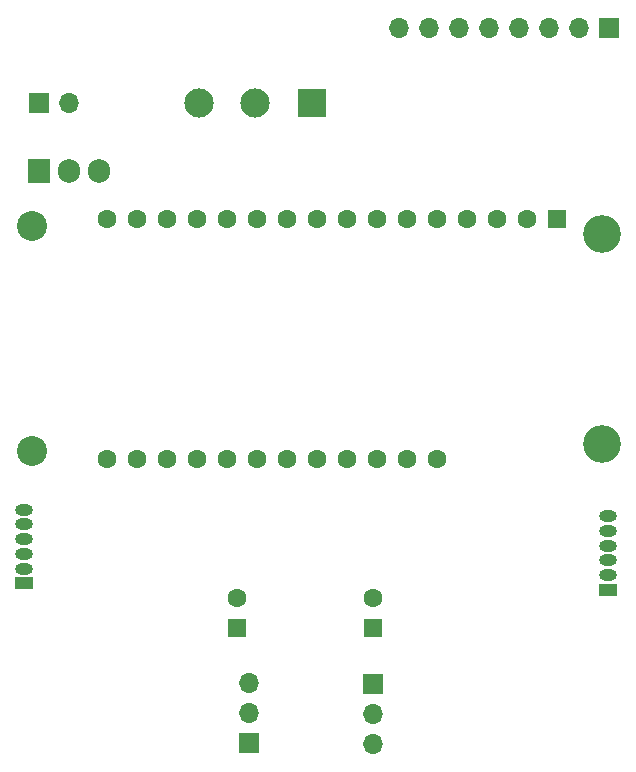
<source format=gbr>
%TF.GenerationSoftware,KiCad,Pcbnew,7.0.1*%
%TF.CreationDate,2023-04-02T16:12:04-04:00*%
%TF.ProjectId,board_v2,626f6172-645f-4763-922e-6b696361645f,rev?*%
%TF.SameCoordinates,Original*%
%TF.FileFunction,Soldermask,Bot*%
%TF.FilePolarity,Negative*%
%FSLAX46Y46*%
G04 Gerber Fmt 4.6, Leading zero omitted, Abs format (unit mm)*
G04 Created by KiCad (PCBNEW 7.0.1) date 2023-04-02 16:12:04*
%MOMM*%
%LPD*%
G01*
G04 APERTURE LIST*
%ADD10R,1.600000X1.600000*%
%ADD11C,1.600000*%
%ADD12R,1.500000X1.000000*%
%ADD13O,1.500000X1.000000*%
%ADD14R,1.700000X1.700000*%
%ADD15O,1.700000X1.700000*%
%ADD16R,2.475000X2.475000*%
%ADD17C,2.475000*%
%ADD18C,3.200000*%
%ADD19C,2.540000*%
%ADD20R,1.905000X2.000000*%
%ADD21O,1.905000X2.000000*%
G04 APERTURE END LIST*
D10*
%TO.C,C12*%
X132459504Y-112965113D03*
D11*
X132459504Y-110465113D03*
%TD*%
D12*
%TO.C,J2*%
X102870000Y-109220000D03*
D13*
X102870000Y-107970000D03*
X102870000Y-106720000D03*
X102870000Y-105470000D03*
X102870000Y-104220000D03*
X102870000Y-102970000D03*
%TD*%
D14*
%TO.C,U2*%
X152400000Y-62230000D03*
D15*
X149860000Y-62230000D03*
X147320000Y-62230000D03*
X144780000Y-62230000D03*
X142240000Y-62230000D03*
X139700000Y-62230000D03*
X137160000Y-62230000D03*
X134620000Y-62230000D03*
%TD*%
D10*
%TO.C,C6*%
X120904000Y-112965113D03*
D11*
X120904000Y-110465113D03*
%TD*%
D14*
%TO.C,J1*%
X104140000Y-68580000D03*
D15*
X106680000Y-68580000D03*
%TD*%
D14*
%TO.C,J4*%
X132399215Y-117700478D03*
D15*
X132399215Y-120240478D03*
X132399215Y-122780478D03*
%TD*%
D12*
%TO.C,J3*%
X152352665Y-109773443D03*
D13*
X152352665Y-108523443D03*
X152352665Y-107273443D03*
X152352665Y-106023443D03*
X152352665Y-104773443D03*
X152352665Y-103523443D03*
%TD*%
D14*
%TO.C,J6*%
X121920000Y-122738408D03*
D15*
X121920000Y-120198408D03*
X121920000Y-117658408D03*
%TD*%
D16*
%TO.C,SW1*%
X127215471Y-68548518D03*
D17*
X122465471Y-68548518D03*
X117715471Y-68548518D03*
%TD*%
D18*
%TO.C,A1*%
X151823508Y-97393477D03*
X151823508Y-79613477D03*
D19*
X103563508Y-98028477D03*
X103563508Y-78978477D03*
D10*
X148013508Y-78343477D03*
D11*
X145473508Y-78343477D03*
X142933508Y-78343477D03*
X140393508Y-78343477D03*
X137853508Y-78343477D03*
X135313508Y-78343477D03*
X132773508Y-78343477D03*
X130233508Y-78343477D03*
X127693508Y-78343477D03*
X125153508Y-78343477D03*
X122613508Y-78343477D03*
X120073508Y-78343477D03*
X117533508Y-78343477D03*
X114993508Y-78343477D03*
X112453508Y-78343477D03*
X109913508Y-78343477D03*
X109913508Y-98663477D03*
X112453508Y-98663477D03*
X114993508Y-98663477D03*
X117533508Y-98663477D03*
X120073508Y-98663477D03*
X122613508Y-98663477D03*
X125153508Y-98663477D03*
X127693508Y-98663477D03*
X130233508Y-98663477D03*
X132773508Y-98663477D03*
X135313508Y-98663477D03*
X137853508Y-98663477D03*
%TD*%
D20*
%TO.C,U1*%
X104140000Y-74295000D03*
D21*
X106680000Y-74295000D03*
X109220000Y-74295000D03*
%TD*%
M02*

</source>
